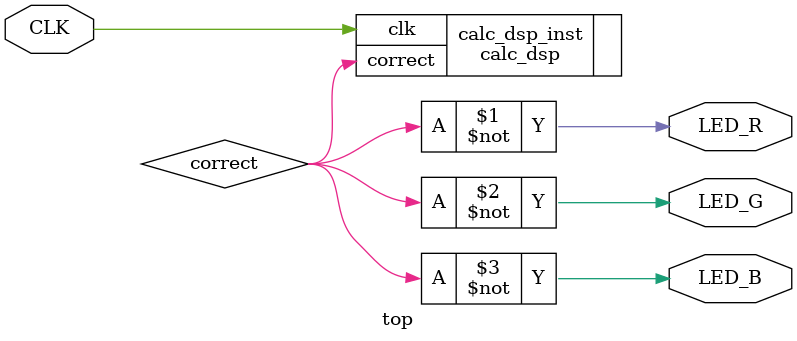
<source format=v>
`include "calc.v"
`include "calc_dsp.v"
`default_nettype	none
module top( input CLK, output LED_R, output LED_G, output LED_B);

   wire correct;

   //implementation without DSP
   // calc calc_inst(
   //    .clk(CLK), .correct(correct)
   // );

   //implementation with DSP
   calc_dsp calc_dsp_inst(
      .clk(CLK), .correct(correct)
   );

  //leds are active low
  assign LED_R = ~correct;
  assign LED_G = ~correct;
  assign LED_B = ~correct;

  initial begin
  end

  always @(posedge CLK)
  begin
  end

endmodule

</source>
